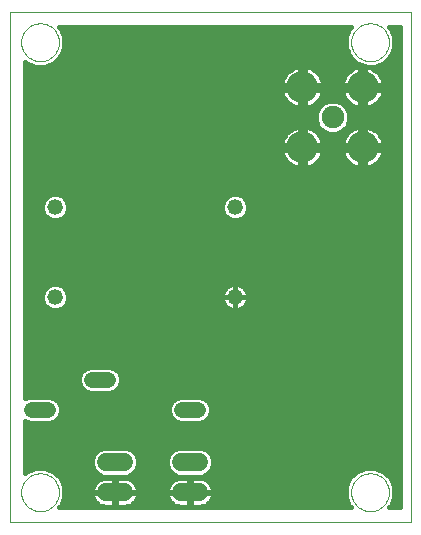
<source format=gbl>
G75*
G70*
%OFA0B0*%
%FSLAX24Y24*%
%IPPOS*%
%LPD*%
%AMOC8*
5,1,8,0,0,1.08239X$1,22.5*
%
%ADD10C,0.0000*%
%ADD11C,0.0520*%
%ADD12C,0.0520*%
%ADD13C,0.0750*%
%ADD14C,0.1050*%
%ADD15C,0.0600*%
%ADD16C,0.0160*%
%ADD17C,0.0356*%
%ADD18C,0.0200*%
D10*
X000600Y000100D02*
X000600Y017096D01*
X013970Y017096D01*
X013970Y000100D01*
X000600Y000100D01*
X000970Y001100D02*
X000972Y001150D01*
X000978Y001200D01*
X000988Y001249D01*
X001002Y001297D01*
X001019Y001344D01*
X001040Y001389D01*
X001065Y001433D01*
X001093Y001474D01*
X001125Y001513D01*
X001159Y001550D01*
X001196Y001584D01*
X001236Y001614D01*
X001278Y001641D01*
X001322Y001665D01*
X001368Y001686D01*
X001415Y001702D01*
X001463Y001715D01*
X001513Y001724D01*
X001562Y001729D01*
X001613Y001730D01*
X001663Y001727D01*
X001712Y001720D01*
X001761Y001709D01*
X001809Y001694D01*
X001855Y001676D01*
X001900Y001654D01*
X001943Y001628D01*
X001984Y001599D01*
X002023Y001567D01*
X002059Y001532D01*
X002091Y001494D01*
X002121Y001454D01*
X002148Y001411D01*
X002171Y001367D01*
X002190Y001321D01*
X002206Y001273D01*
X002218Y001224D01*
X002226Y001175D01*
X002230Y001125D01*
X002230Y001075D01*
X002226Y001025D01*
X002218Y000976D01*
X002206Y000927D01*
X002190Y000879D01*
X002171Y000833D01*
X002148Y000789D01*
X002121Y000746D01*
X002091Y000706D01*
X002059Y000668D01*
X002023Y000633D01*
X001984Y000601D01*
X001943Y000572D01*
X001900Y000546D01*
X001855Y000524D01*
X001809Y000506D01*
X001761Y000491D01*
X001712Y000480D01*
X001663Y000473D01*
X001613Y000470D01*
X001562Y000471D01*
X001513Y000476D01*
X001463Y000485D01*
X001415Y000498D01*
X001368Y000514D01*
X001322Y000535D01*
X001278Y000559D01*
X001236Y000586D01*
X001196Y000616D01*
X001159Y000650D01*
X001125Y000687D01*
X001093Y000726D01*
X001065Y000767D01*
X001040Y000811D01*
X001019Y000856D01*
X001002Y000903D01*
X000988Y000951D01*
X000978Y001000D01*
X000972Y001050D01*
X000970Y001100D01*
X011970Y001100D02*
X011972Y001150D01*
X011978Y001200D01*
X011988Y001249D01*
X012002Y001297D01*
X012019Y001344D01*
X012040Y001389D01*
X012065Y001433D01*
X012093Y001474D01*
X012125Y001513D01*
X012159Y001550D01*
X012196Y001584D01*
X012236Y001614D01*
X012278Y001641D01*
X012322Y001665D01*
X012368Y001686D01*
X012415Y001702D01*
X012463Y001715D01*
X012513Y001724D01*
X012562Y001729D01*
X012613Y001730D01*
X012663Y001727D01*
X012712Y001720D01*
X012761Y001709D01*
X012809Y001694D01*
X012855Y001676D01*
X012900Y001654D01*
X012943Y001628D01*
X012984Y001599D01*
X013023Y001567D01*
X013059Y001532D01*
X013091Y001494D01*
X013121Y001454D01*
X013148Y001411D01*
X013171Y001367D01*
X013190Y001321D01*
X013206Y001273D01*
X013218Y001224D01*
X013226Y001175D01*
X013230Y001125D01*
X013230Y001075D01*
X013226Y001025D01*
X013218Y000976D01*
X013206Y000927D01*
X013190Y000879D01*
X013171Y000833D01*
X013148Y000789D01*
X013121Y000746D01*
X013091Y000706D01*
X013059Y000668D01*
X013023Y000633D01*
X012984Y000601D01*
X012943Y000572D01*
X012900Y000546D01*
X012855Y000524D01*
X012809Y000506D01*
X012761Y000491D01*
X012712Y000480D01*
X012663Y000473D01*
X012613Y000470D01*
X012562Y000471D01*
X012513Y000476D01*
X012463Y000485D01*
X012415Y000498D01*
X012368Y000514D01*
X012322Y000535D01*
X012278Y000559D01*
X012236Y000586D01*
X012196Y000616D01*
X012159Y000650D01*
X012125Y000687D01*
X012093Y000726D01*
X012065Y000767D01*
X012040Y000811D01*
X012019Y000856D01*
X012002Y000903D01*
X011988Y000951D01*
X011978Y001000D01*
X011972Y001050D01*
X011970Y001100D01*
X011970Y016100D02*
X011972Y016150D01*
X011978Y016200D01*
X011988Y016249D01*
X012002Y016297D01*
X012019Y016344D01*
X012040Y016389D01*
X012065Y016433D01*
X012093Y016474D01*
X012125Y016513D01*
X012159Y016550D01*
X012196Y016584D01*
X012236Y016614D01*
X012278Y016641D01*
X012322Y016665D01*
X012368Y016686D01*
X012415Y016702D01*
X012463Y016715D01*
X012513Y016724D01*
X012562Y016729D01*
X012613Y016730D01*
X012663Y016727D01*
X012712Y016720D01*
X012761Y016709D01*
X012809Y016694D01*
X012855Y016676D01*
X012900Y016654D01*
X012943Y016628D01*
X012984Y016599D01*
X013023Y016567D01*
X013059Y016532D01*
X013091Y016494D01*
X013121Y016454D01*
X013148Y016411D01*
X013171Y016367D01*
X013190Y016321D01*
X013206Y016273D01*
X013218Y016224D01*
X013226Y016175D01*
X013230Y016125D01*
X013230Y016075D01*
X013226Y016025D01*
X013218Y015976D01*
X013206Y015927D01*
X013190Y015879D01*
X013171Y015833D01*
X013148Y015789D01*
X013121Y015746D01*
X013091Y015706D01*
X013059Y015668D01*
X013023Y015633D01*
X012984Y015601D01*
X012943Y015572D01*
X012900Y015546D01*
X012855Y015524D01*
X012809Y015506D01*
X012761Y015491D01*
X012712Y015480D01*
X012663Y015473D01*
X012613Y015470D01*
X012562Y015471D01*
X012513Y015476D01*
X012463Y015485D01*
X012415Y015498D01*
X012368Y015514D01*
X012322Y015535D01*
X012278Y015559D01*
X012236Y015586D01*
X012196Y015616D01*
X012159Y015650D01*
X012125Y015687D01*
X012093Y015726D01*
X012065Y015767D01*
X012040Y015811D01*
X012019Y015856D01*
X012002Y015903D01*
X011988Y015951D01*
X011978Y016000D01*
X011972Y016050D01*
X011970Y016100D01*
X000970Y016100D02*
X000972Y016150D01*
X000978Y016200D01*
X000988Y016249D01*
X001002Y016297D01*
X001019Y016344D01*
X001040Y016389D01*
X001065Y016433D01*
X001093Y016474D01*
X001125Y016513D01*
X001159Y016550D01*
X001196Y016584D01*
X001236Y016614D01*
X001278Y016641D01*
X001322Y016665D01*
X001368Y016686D01*
X001415Y016702D01*
X001463Y016715D01*
X001513Y016724D01*
X001562Y016729D01*
X001613Y016730D01*
X001663Y016727D01*
X001712Y016720D01*
X001761Y016709D01*
X001809Y016694D01*
X001855Y016676D01*
X001900Y016654D01*
X001943Y016628D01*
X001984Y016599D01*
X002023Y016567D01*
X002059Y016532D01*
X002091Y016494D01*
X002121Y016454D01*
X002148Y016411D01*
X002171Y016367D01*
X002190Y016321D01*
X002206Y016273D01*
X002218Y016224D01*
X002226Y016175D01*
X002230Y016125D01*
X002230Y016075D01*
X002226Y016025D01*
X002218Y015976D01*
X002206Y015927D01*
X002190Y015879D01*
X002171Y015833D01*
X002148Y015789D01*
X002121Y015746D01*
X002091Y015706D01*
X002059Y015668D01*
X002023Y015633D01*
X001984Y015601D01*
X001943Y015572D01*
X001900Y015546D01*
X001855Y015524D01*
X001809Y015506D01*
X001761Y015491D01*
X001712Y015480D01*
X001663Y015473D01*
X001613Y015470D01*
X001562Y015471D01*
X001513Y015476D01*
X001463Y015485D01*
X001415Y015498D01*
X001368Y015514D01*
X001322Y015535D01*
X001278Y015559D01*
X001236Y015586D01*
X001196Y015616D01*
X001159Y015650D01*
X001125Y015687D01*
X001093Y015726D01*
X001065Y015767D01*
X001040Y015811D01*
X001019Y015856D01*
X001002Y015903D01*
X000988Y015951D01*
X000978Y016000D01*
X000972Y016050D01*
X000970Y016100D01*
D11*
X002100Y010600D03*
X002100Y007600D03*
X008100Y007600D03*
X008100Y010600D03*
D12*
X003860Y004850D02*
X003340Y004850D01*
X001860Y003850D02*
X001340Y003850D01*
X006340Y003850D02*
X006860Y003850D01*
D13*
X011350Y013600D03*
D14*
X010346Y012596D03*
X010346Y014604D03*
X012354Y014604D03*
X012354Y012596D03*
D15*
X006900Y002100D02*
X006300Y002100D01*
X006300Y001100D02*
X006900Y001100D01*
X004400Y001100D02*
X003800Y001100D01*
X003800Y002100D02*
X004400Y002100D01*
D16*
X004701Y002478D02*
X005999Y002478D01*
X006028Y002507D02*
X005893Y002372D01*
X005820Y002195D01*
X005820Y002005D01*
X005893Y001828D01*
X006028Y001693D01*
X006205Y001620D01*
X006995Y001620D01*
X007172Y001693D01*
X007307Y001828D01*
X007380Y002005D01*
X007380Y002195D01*
X007307Y002372D01*
X007172Y002507D01*
X006995Y002580D01*
X006205Y002580D01*
X006028Y002507D01*
X005871Y002319D02*
X004829Y002319D01*
X004807Y002372D02*
X004672Y002507D01*
X004495Y002580D01*
X003705Y002580D01*
X003528Y002507D01*
X003393Y002372D01*
X003320Y002195D01*
X003320Y002005D01*
X003393Y001828D01*
X003528Y001693D01*
X003705Y001620D01*
X004495Y001620D01*
X004672Y001693D01*
X004807Y001828D01*
X004880Y002005D01*
X004880Y002195D01*
X004807Y002372D01*
X004880Y002161D02*
X005820Y002161D01*
X005821Y002002D02*
X004879Y002002D01*
X004813Y001844D02*
X005887Y001844D01*
X006048Y001685D02*
X004652Y001685D01*
X004584Y001545D02*
X004512Y001568D01*
X004438Y001580D01*
X004120Y001580D01*
X004120Y001120D01*
X004080Y001120D01*
X004080Y001580D01*
X003762Y001580D01*
X003688Y001568D01*
X003616Y001545D01*
X003548Y001511D01*
X003487Y001466D01*
X003434Y001413D01*
X003389Y001352D01*
X003355Y001284D01*
X003332Y001212D01*
X003320Y001138D01*
X003320Y001120D01*
X004080Y001120D01*
X004080Y001080D01*
X004120Y001080D01*
X004120Y001120D01*
X004880Y001120D01*
X004880Y001138D01*
X004868Y001212D01*
X004845Y001284D01*
X004811Y001352D01*
X004766Y001413D01*
X004713Y001466D01*
X004652Y001511D01*
X004584Y001545D01*
X004620Y001527D02*
X006080Y001527D01*
X006048Y001511D02*
X006116Y001545D01*
X006188Y001568D01*
X006262Y001580D01*
X006580Y001580D01*
X006580Y001120D01*
X006620Y001120D01*
X006620Y001580D01*
X006938Y001580D01*
X007012Y001568D01*
X007084Y001545D01*
X007152Y001511D01*
X007213Y001466D01*
X007266Y001413D01*
X007311Y001352D01*
X007345Y001284D01*
X007368Y001212D01*
X007380Y001138D01*
X007380Y001120D01*
X006620Y001120D01*
X006620Y001080D01*
X007380Y001080D01*
X007380Y001062D01*
X007368Y000988D01*
X007345Y000916D01*
X007311Y000848D01*
X007266Y000787D01*
X007213Y000734D01*
X011875Y000734D01*
X011913Y000641D02*
X011790Y000939D01*
X011790Y001261D01*
X011913Y001559D01*
X012141Y001787D01*
X012439Y001910D01*
X012761Y001910D01*
X013059Y001787D01*
X013287Y001559D01*
X013410Y001261D01*
X013410Y000939D01*
X013287Y000641D01*
X013245Y000600D01*
X013600Y000600D01*
X013600Y016600D01*
X013245Y016600D01*
X013287Y016559D01*
X013410Y016261D01*
X013410Y015939D01*
X013287Y015641D01*
X013059Y015413D01*
X012761Y015290D01*
X012517Y015290D01*
X012581Y015273D01*
X012666Y015238D01*
X012746Y015191D01*
X012820Y015135D01*
X012885Y015070D01*
X012941Y014996D01*
X012988Y014916D01*
X013023Y014831D01*
X013047Y014742D01*
X013054Y014684D01*
X012434Y014684D01*
X012274Y014684D01*
X012274Y015304D01*
X012216Y015297D01*
X012127Y015273D01*
X012041Y015238D01*
X011961Y015191D01*
X011888Y015135D01*
X011823Y015070D01*
X011766Y014996D01*
X011720Y014916D01*
X011685Y014831D01*
X011661Y014742D01*
X011653Y014684D01*
X012274Y014684D01*
X012274Y014524D01*
X011653Y014524D01*
X011661Y014466D01*
X011685Y014377D01*
X011720Y014291D01*
X011766Y014211D01*
X011823Y014138D01*
X011888Y014073D01*
X011961Y014016D01*
X012041Y013970D01*
X012127Y013935D01*
X012216Y013911D01*
X012274Y013903D01*
X012274Y014524D01*
X012434Y014524D01*
X012434Y014684D01*
X012434Y015292D01*
X012141Y015413D01*
X011913Y015641D01*
X011790Y015939D01*
X011790Y016261D01*
X011913Y016559D01*
X011955Y016600D01*
X002245Y016600D01*
X002287Y016559D01*
X002410Y016261D01*
X002410Y015939D01*
X002287Y015641D01*
X002059Y015413D01*
X001761Y015290D01*
X001439Y015290D01*
X001141Y015413D01*
X001100Y015455D01*
X001100Y004227D01*
X001252Y004290D01*
X001948Y004290D01*
X002109Y004223D01*
X002233Y004099D01*
X002300Y003938D01*
X002300Y003762D01*
X002233Y003601D01*
X002109Y003477D01*
X001948Y003410D01*
X001252Y003410D01*
X001100Y003473D01*
X001100Y001745D01*
X001141Y001787D01*
X001439Y001910D01*
X001761Y001910D01*
X002059Y001787D01*
X002287Y001559D01*
X002410Y001261D01*
X002410Y000939D01*
X002287Y000641D01*
X002245Y000600D01*
X011955Y000600D01*
X011913Y000641D01*
X011809Y000893D02*
X007333Y000893D01*
X007378Y001051D02*
X011790Y001051D01*
X011790Y001210D02*
X007369Y001210D01*
X007299Y001368D02*
X011834Y001368D01*
X011900Y001527D02*
X007120Y001527D01*
X007152Y001685D02*
X012040Y001685D01*
X012279Y001844D02*
X007313Y001844D01*
X007379Y002002D02*
X013600Y002002D01*
X013600Y001844D02*
X012921Y001844D01*
X013160Y001685D02*
X013600Y001685D01*
X013600Y001527D02*
X013300Y001527D01*
X013366Y001368D02*
X013600Y001368D01*
X013600Y001210D02*
X013410Y001210D01*
X013410Y001051D02*
X013600Y001051D01*
X013600Y000893D02*
X013391Y000893D01*
X013325Y000734D02*
X013600Y000734D01*
X013600Y002161D02*
X007380Y002161D01*
X007329Y002319D02*
X013600Y002319D01*
X013600Y002478D02*
X007201Y002478D01*
X006948Y003410D02*
X007109Y003477D01*
X007233Y003601D01*
X007300Y003762D01*
X007300Y003938D01*
X007233Y004099D01*
X007109Y004223D01*
X006948Y004290D01*
X006252Y004290D01*
X006091Y004223D01*
X005967Y004099D01*
X005900Y003938D01*
X005900Y003762D01*
X005967Y003601D01*
X006091Y003477D01*
X006252Y003410D01*
X006948Y003410D01*
X006992Y003429D02*
X013600Y003429D01*
X013600Y003587D02*
X007219Y003587D01*
X007293Y003746D02*
X013600Y003746D01*
X013600Y003904D02*
X007300Y003904D01*
X007248Y004063D02*
X013600Y004063D01*
X013600Y004221D02*
X007111Y004221D01*
X006089Y004221D02*
X002111Y004221D01*
X002248Y004063D02*
X005952Y004063D01*
X005900Y003904D02*
X002300Y003904D01*
X002293Y003746D02*
X005907Y003746D01*
X005981Y003587D02*
X002219Y003587D01*
X001992Y003429D02*
X006208Y003429D01*
X006048Y001511D02*
X005987Y001466D01*
X005934Y001413D01*
X005889Y001352D01*
X005855Y001284D01*
X005832Y001212D01*
X005820Y001138D01*
X005820Y001120D01*
X006580Y001120D01*
X006580Y001080D01*
X006620Y001080D01*
X006620Y000620D01*
X006938Y000620D01*
X007012Y000632D01*
X007084Y000655D01*
X007152Y000689D01*
X007213Y000734D01*
X006620Y000734D02*
X006580Y000734D01*
X006580Y000620D02*
X006580Y001080D01*
X005820Y001080D01*
X005820Y001062D01*
X005832Y000988D01*
X005855Y000916D01*
X005889Y000848D01*
X005934Y000787D01*
X005987Y000734D01*
X004713Y000734D01*
X004766Y000787D01*
X004811Y000848D01*
X004845Y000916D01*
X004868Y000988D01*
X004880Y001062D01*
X004880Y001080D01*
X004120Y001080D01*
X004120Y000620D01*
X004438Y000620D01*
X004512Y000632D01*
X004584Y000655D01*
X004652Y000689D01*
X004713Y000734D01*
X004833Y000893D02*
X005867Y000893D01*
X005822Y001051D02*
X004878Y001051D01*
X004869Y001210D02*
X005831Y001210D01*
X005901Y001368D02*
X004799Y001368D01*
X004120Y001368D02*
X004080Y001368D01*
X004080Y001210D02*
X004120Y001210D01*
X004080Y001080D02*
X003320Y001080D01*
X003320Y001062D01*
X003332Y000988D01*
X003355Y000916D01*
X003389Y000848D01*
X003434Y000787D01*
X003487Y000734D01*
X002325Y000734D01*
X002391Y000893D02*
X003367Y000893D01*
X003322Y001051D02*
X002410Y001051D01*
X002410Y001210D02*
X003331Y001210D01*
X003401Y001368D02*
X002366Y001368D01*
X002300Y001527D02*
X003580Y001527D01*
X003548Y001685D02*
X002160Y001685D01*
X001921Y001844D02*
X003387Y001844D01*
X003321Y002002D02*
X001100Y002002D01*
X001100Y001844D02*
X001279Y001844D01*
X001100Y002161D02*
X003320Y002161D01*
X003371Y002319D02*
X001100Y002319D01*
X001100Y002478D02*
X003499Y002478D01*
X004080Y001527D02*
X004120Y001527D01*
X004080Y001080D02*
X004080Y000620D01*
X003762Y000620D01*
X003688Y000632D01*
X003616Y000655D01*
X003548Y000689D01*
X003487Y000734D01*
X004080Y000734D02*
X004120Y000734D01*
X004120Y000893D02*
X004080Y000893D01*
X004080Y001051D02*
X004120Y001051D01*
X005987Y000734D02*
X006048Y000689D01*
X006116Y000655D01*
X006188Y000632D01*
X006262Y000620D01*
X006580Y000620D01*
X006580Y000893D02*
X006620Y000893D01*
X006620Y001051D02*
X006580Y001051D01*
X006580Y001210D02*
X006620Y001210D01*
X006620Y001368D02*
X006580Y001368D01*
X006580Y001527D02*
X006620Y001527D01*
X004109Y004477D02*
X004233Y004601D01*
X004300Y004762D01*
X004300Y004938D01*
X004233Y005099D01*
X004109Y005223D01*
X003948Y005290D01*
X003252Y005290D01*
X003091Y005223D01*
X002967Y005099D01*
X002900Y004938D01*
X002900Y004762D01*
X002967Y004601D01*
X003091Y004477D01*
X003252Y004410D01*
X003948Y004410D01*
X004109Y004477D01*
X004170Y004538D02*
X013600Y004538D01*
X013600Y004380D02*
X001100Y004380D01*
X001100Y004538D02*
X003030Y004538D01*
X002927Y004697D02*
X001100Y004697D01*
X001100Y004855D02*
X002900Y004855D01*
X002931Y005014D02*
X001100Y005014D01*
X001100Y005172D02*
X003040Y005172D01*
X004160Y005172D02*
X013600Y005172D01*
X013600Y005014D02*
X004269Y005014D01*
X004300Y004855D02*
X013600Y004855D01*
X013600Y004697D02*
X004273Y004697D01*
X002349Y007227D02*
X002188Y007160D01*
X002012Y007160D01*
X001851Y007227D01*
X001727Y007351D01*
X001660Y007512D01*
X001660Y007688D01*
X001727Y007849D01*
X001851Y007973D01*
X002012Y008040D01*
X002188Y008040D01*
X002349Y007973D01*
X002473Y007849D01*
X002540Y007688D01*
X002540Y007512D01*
X002473Y007351D01*
X002349Y007227D01*
X002355Y007233D02*
X007857Y007233D01*
X007869Y007224D02*
X007931Y007192D01*
X007997Y007171D01*
X008065Y007160D01*
X008100Y007160D01*
X008135Y007160D01*
X008203Y007171D01*
X008269Y007192D01*
X008331Y007224D01*
X008387Y007264D01*
X008436Y007313D01*
X008476Y007369D01*
X008508Y007431D01*
X008529Y007497D01*
X008540Y007565D01*
X008540Y007600D01*
X008540Y007635D01*
X008529Y007703D01*
X008508Y007769D01*
X008476Y007831D01*
X008436Y007887D01*
X008387Y007936D01*
X008331Y007976D01*
X008269Y008008D01*
X008203Y008029D01*
X008135Y008040D01*
X008100Y008040D01*
X008100Y007600D01*
X008540Y007600D01*
X008100Y007600D01*
X008100Y007600D01*
X008100Y007600D01*
X008100Y007160D01*
X008100Y007600D01*
X008100Y007600D01*
X008100Y007600D01*
X007660Y007600D01*
X007660Y007635D01*
X007671Y007703D01*
X007692Y007769D01*
X007724Y007831D01*
X007764Y007887D01*
X007813Y007936D01*
X007869Y007976D01*
X007931Y008008D01*
X007997Y008029D01*
X008065Y008040D01*
X008100Y008040D01*
X008100Y007600D01*
X007660Y007600D01*
X007660Y007565D01*
X007671Y007497D01*
X007692Y007431D01*
X007724Y007369D01*
X007764Y007313D01*
X007813Y007264D01*
X007869Y007224D01*
X007713Y007391D02*
X002490Y007391D01*
X002540Y007550D02*
X007663Y007550D01*
X007672Y007708D02*
X002532Y007708D01*
X002456Y007867D02*
X007750Y007867D01*
X007984Y008025D02*
X002224Y008025D01*
X001976Y008025D02*
X001100Y008025D01*
X001100Y007867D02*
X001744Y007867D01*
X001668Y007708D02*
X001100Y007708D01*
X001100Y007550D02*
X001660Y007550D01*
X001710Y007391D02*
X001100Y007391D01*
X001100Y007233D02*
X001845Y007233D01*
X001100Y007074D02*
X013600Y007074D01*
X013600Y006916D02*
X001100Y006916D01*
X001100Y006757D02*
X013600Y006757D01*
X013600Y006599D02*
X001100Y006599D01*
X001100Y006440D02*
X013600Y006440D01*
X013600Y006282D02*
X001100Y006282D01*
X001100Y006123D02*
X013600Y006123D01*
X013600Y005965D02*
X001100Y005965D01*
X001100Y005806D02*
X013600Y005806D01*
X013600Y005648D02*
X001100Y005648D01*
X001100Y005489D02*
X013600Y005489D01*
X013600Y005331D02*
X001100Y005331D01*
X001100Y003429D02*
X001208Y003429D01*
X001100Y003270D02*
X013600Y003270D01*
X013600Y003112D02*
X001100Y003112D01*
X001100Y002953D02*
X013600Y002953D01*
X013600Y002795D02*
X001100Y002795D01*
X001100Y002636D02*
X013600Y002636D01*
X013600Y007233D02*
X008343Y007233D01*
X008487Y007391D02*
X013600Y007391D01*
X013600Y007550D02*
X008537Y007550D01*
X008528Y007708D02*
X013600Y007708D01*
X013600Y007867D02*
X008450Y007867D01*
X008216Y008025D02*
X013600Y008025D01*
X013600Y008184D02*
X001100Y008184D01*
X001100Y008342D02*
X013600Y008342D01*
X013600Y008501D02*
X001100Y008501D01*
X001100Y008659D02*
X013600Y008659D01*
X013600Y008818D02*
X001100Y008818D01*
X001100Y008976D02*
X013600Y008976D01*
X013600Y009135D02*
X001100Y009135D01*
X001100Y009293D02*
X013600Y009293D01*
X013600Y009452D02*
X001100Y009452D01*
X001100Y009610D02*
X013600Y009610D01*
X013600Y009769D02*
X001100Y009769D01*
X001100Y009927D02*
X013600Y009927D01*
X013600Y010086D02*
X001100Y010086D01*
X001100Y010244D02*
X001834Y010244D01*
X001851Y010227D02*
X002012Y010160D01*
X002188Y010160D01*
X002349Y010227D01*
X002473Y010351D01*
X002540Y010512D01*
X002540Y010688D01*
X002473Y010849D01*
X002349Y010973D01*
X002188Y011040D01*
X002012Y011040D01*
X001851Y010973D01*
X001727Y010849D01*
X001660Y010688D01*
X001660Y010512D01*
X001727Y010351D01*
X001851Y010227D01*
X001706Y010403D02*
X001100Y010403D01*
X001100Y010561D02*
X001660Y010561D01*
X001673Y010720D02*
X001100Y010720D01*
X001100Y010878D02*
X001756Y010878D01*
X002004Y011037D02*
X001100Y011037D01*
X001100Y011195D02*
X013600Y011195D01*
X013600Y011037D02*
X008196Y011037D01*
X008188Y011040D02*
X008012Y011040D01*
X007851Y010973D01*
X007727Y010849D01*
X007660Y010688D01*
X007660Y010512D01*
X007727Y010351D01*
X007851Y010227D01*
X008012Y010160D01*
X008188Y010160D01*
X008349Y010227D01*
X008473Y010351D01*
X008540Y010512D01*
X008540Y010688D01*
X008473Y010849D01*
X008349Y010973D01*
X008188Y011040D01*
X008004Y011037D02*
X002196Y011037D01*
X002444Y010878D02*
X007756Y010878D01*
X007673Y010720D02*
X002527Y010720D01*
X002540Y010561D02*
X007660Y010561D01*
X007706Y010403D02*
X002494Y010403D01*
X002366Y010244D02*
X007834Y010244D01*
X008366Y010244D02*
X013600Y010244D01*
X013600Y010403D02*
X008494Y010403D01*
X008540Y010561D02*
X013600Y010561D01*
X013600Y010720D02*
X008527Y010720D01*
X008444Y010878D02*
X013600Y010878D01*
X013600Y011354D02*
X001100Y011354D01*
X001100Y011512D02*
X013600Y011512D01*
X013600Y011671D02*
X001100Y011671D01*
X001100Y011829D02*
X013600Y011829D01*
X013600Y011988D02*
X012710Y011988D01*
X012746Y012009D02*
X012666Y011962D01*
X012581Y011927D01*
X012492Y011903D01*
X012434Y011896D01*
X012434Y012516D01*
X012434Y012676D01*
X013054Y012676D01*
X013047Y012734D01*
X013023Y012823D01*
X012988Y012909D01*
X012941Y012989D01*
X012885Y013062D01*
X012820Y013127D01*
X012746Y013184D01*
X012666Y013230D01*
X012581Y013265D01*
X012492Y013289D01*
X012434Y013297D01*
X012434Y012676D01*
X012274Y012676D01*
X012274Y012516D01*
X012434Y012516D01*
X013054Y012516D01*
X013047Y012458D01*
X013023Y012369D01*
X012988Y012284D01*
X012941Y012204D01*
X012885Y012130D01*
X012820Y012065D01*
X012746Y012009D01*
X012897Y012146D02*
X013600Y012146D01*
X013600Y012305D02*
X012996Y012305D01*
X013047Y012463D02*
X013600Y012463D01*
X013600Y012622D02*
X012434Y012622D01*
X012434Y012780D02*
X012274Y012780D01*
X012274Y012676D02*
X012274Y013297D01*
X012216Y013289D01*
X012127Y013265D01*
X012041Y013230D01*
X011961Y013184D01*
X011888Y013127D01*
X011823Y013062D01*
X011766Y012989D01*
X011720Y012909D01*
X011685Y012823D01*
X011661Y012734D01*
X011653Y012676D01*
X012274Y012676D01*
X012274Y012622D02*
X010426Y012622D01*
X010426Y012676D02*
X011047Y012676D01*
X011039Y012734D01*
X011015Y012823D01*
X010980Y012909D01*
X010934Y012989D01*
X010877Y013062D01*
X010812Y013127D01*
X010739Y013184D01*
X010659Y013230D01*
X010573Y013265D01*
X010484Y013289D01*
X010426Y013297D01*
X010426Y012676D01*
X010266Y012676D01*
X010266Y012516D01*
X009646Y012516D01*
X009653Y012458D01*
X009677Y012369D01*
X009712Y012284D01*
X009759Y012204D01*
X009815Y012130D01*
X009880Y012065D01*
X009954Y012009D01*
X010034Y011962D01*
X010119Y011927D01*
X010208Y011903D01*
X010266Y011896D01*
X010266Y012516D01*
X010426Y012516D01*
X010426Y011896D01*
X010484Y011903D01*
X010573Y011927D01*
X010659Y011962D01*
X010739Y012009D01*
X010812Y012065D01*
X010877Y012130D01*
X010934Y012204D01*
X010980Y012284D01*
X011015Y012369D01*
X011039Y012458D01*
X011047Y012516D01*
X010426Y012516D01*
X010426Y012676D01*
X010426Y012780D02*
X010266Y012780D01*
X010266Y012676D02*
X010266Y013297D01*
X010208Y013289D01*
X010119Y013265D01*
X010034Y013230D01*
X009954Y013184D01*
X009880Y013127D01*
X009815Y013062D01*
X009759Y012989D01*
X009712Y012909D01*
X009677Y012823D01*
X009653Y012734D01*
X009646Y012676D01*
X010266Y012676D01*
X010266Y012622D02*
X001100Y012622D01*
X001100Y012780D02*
X009666Y012780D01*
X009730Y012939D02*
X001100Y012939D01*
X001100Y013097D02*
X009850Y013097D01*
X010096Y013256D02*
X001100Y013256D01*
X001100Y013414D02*
X010826Y013414D01*
X010795Y013490D02*
X010879Y013286D01*
X011036Y013129D01*
X011240Y013045D01*
X011460Y013045D01*
X011664Y013129D01*
X011821Y013286D01*
X011905Y013490D01*
X011905Y013710D01*
X011821Y013914D01*
X011664Y014071D01*
X011460Y014155D01*
X011240Y014155D01*
X011036Y014071D01*
X010879Y013914D01*
X010795Y013710D01*
X010795Y013490D01*
X010795Y013573D02*
X001100Y013573D01*
X001100Y013731D02*
X010804Y013731D01*
X010869Y013890D02*
X001100Y013890D01*
X001100Y014048D02*
X009912Y014048D01*
X009880Y014073D02*
X009954Y014016D01*
X010034Y013970D01*
X010119Y013935D01*
X010208Y013911D01*
X010266Y013903D01*
X010266Y014524D01*
X009646Y014524D01*
X009653Y014466D01*
X009677Y014377D01*
X009712Y014291D01*
X009759Y014211D01*
X009815Y014138D01*
X009880Y014073D01*
X009762Y014207D02*
X001100Y014207D01*
X001100Y014365D02*
X009682Y014365D01*
X009646Y014524D02*
X001100Y014524D01*
X001100Y014682D02*
X010266Y014682D01*
X010266Y014684D02*
X010266Y014524D01*
X010426Y014524D01*
X010426Y013903D01*
X010484Y013911D01*
X010573Y013935D01*
X010659Y013970D01*
X010739Y014016D01*
X010812Y014073D01*
X010877Y014138D01*
X010934Y014211D01*
X010980Y014291D01*
X011015Y014377D01*
X011039Y014466D01*
X011047Y014524D01*
X010426Y014524D01*
X010426Y014684D01*
X010266Y014684D01*
X010266Y015304D01*
X010208Y015297D01*
X010119Y015273D01*
X010034Y015238D01*
X009954Y015191D01*
X009880Y015135D01*
X009815Y015070D01*
X009759Y014996D01*
X009712Y014916D01*
X009677Y014831D01*
X009653Y014742D01*
X009646Y014684D01*
X010266Y014684D01*
X010266Y014841D02*
X010426Y014841D01*
X010426Y014684D02*
X010426Y015304D01*
X010484Y015297D01*
X010573Y015273D01*
X010659Y015238D01*
X010739Y015191D01*
X010812Y015135D01*
X010877Y015070D01*
X010934Y014996D01*
X010980Y014916D01*
X011015Y014831D01*
X011039Y014742D01*
X011047Y014684D01*
X010426Y014684D01*
X010426Y014682D02*
X012274Y014682D01*
X012274Y014524D02*
X012434Y014524D01*
X013054Y014524D01*
X013047Y014466D01*
X013023Y014377D01*
X012988Y014291D01*
X012941Y014211D01*
X012885Y014138D01*
X012820Y014073D01*
X012746Y014016D01*
X012666Y013970D01*
X012581Y013935D01*
X012492Y013911D01*
X012434Y013903D01*
X012434Y014524D01*
X012434Y014682D02*
X013600Y014682D01*
X013600Y014524D02*
X013054Y014524D01*
X013018Y014365D02*
X013600Y014365D01*
X013600Y014207D02*
X012938Y014207D01*
X012788Y014048D02*
X013600Y014048D01*
X013600Y013890D02*
X011831Y013890D01*
X011896Y013731D02*
X013600Y013731D01*
X013600Y013573D02*
X011905Y013573D01*
X011874Y013414D02*
X013600Y013414D01*
X013600Y013256D02*
X012604Y013256D01*
X012850Y013097D02*
X013600Y013097D01*
X013600Y012939D02*
X012970Y012939D01*
X013034Y012780D02*
X013600Y012780D01*
X012434Y012939D02*
X012274Y012939D01*
X012274Y013097D02*
X012434Y013097D01*
X012434Y013256D02*
X012274Y013256D01*
X012104Y013256D02*
X011790Y013256D01*
X011858Y013097D02*
X011586Y013097D01*
X011738Y012939D02*
X010962Y012939D01*
X011027Y012780D02*
X011673Y012780D01*
X011653Y012516D02*
X011661Y012458D01*
X011685Y012369D01*
X011720Y012284D01*
X011766Y012204D01*
X011823Y012130D01*
X011888Y012065D01*
X011961Y012009D01*
X012041Y011962D01*
X012127Y011927D01*
X012216Y011903D01*
X012274Y011896D01*
X012274Y012516D01*
X011653Y012516D01*
X011660Y012463D02*
X011040Y012463D01*
X010988Y012305D02*
X011712Y012305D01*
X011811Y012146D02*
X010889Y012146D01*
X010702Y011988D02*
X011998Y011988D01*
X012274Y011988D02*
X012434Y011988D01*
X012434Y012146D02*
X012274Y012146D01*
X012274Y012305D02*
X012434Y012305D01*
X012434Y012463D02*
X012274Y012463D01*
X011114Y013097D02*
X010842Y013097D01*
X010910Y013256D02*
X010596Y013256D01*
X010426Y013256D02*
X010266Y013256D01*
X010266Y013097D02*
X010426Y013097D01*
X010426Y012939D02*
X010266Y012939D01*
X010266Y012463D02*
X010426Y012463D01*
X010426Y012305D02*
X010266Y012305D01*
X010266Y012146D02*
X010426Y012146D01*
X010426Y011988D02*
X010266Y011988D01*
X009990Y011988D02*
X001100Y011988D01*
X001100Y012146D02*
X009803Y012146D01*
X009704Y012305D02*
X001100Y012305D01*
X001100Y012463D02*
X009653Y012463D01*
X010266Y014048D02*
X010426Y014048D01*
X010426Y014207D02*
X010266Y014207D01*
X010266Y014365D02*
X010426Y014365D01*
X010426Y014524D02*
X010266Y014524D01*
X010266Y014999D02*
X010426Y014999D01*
X010426Y015158D02*
X010266Y015158D01*
X009910Y015158D02*
X001100Y015158D01*
X001100Y015316D02*
X001376Y015316D01*
X001100Y014999D02*
X009761Y014999D01*
X009681Y014841D02*
X001100Y014841D01*
X001824Y015316D02*
X012376Y015316D01*
X012434Y015158D02*
X012274Y015158D01*
X012274Y014999D02*
X012434Y014999D01*
X012434Y014841D02*
X012274Y014841D01*
X011917Y015158D02*
X010783Y015158D01*
X010932Y014999D02*
X011768Y014999D01*
X011689Y014841D02*
X011011Y014841D01*
X011047Y014524D02*
X011653Y014524D01*
X011690Y014365D02*
X011010Y014365D01*
X010930Y014207D02*
X011770Y014207D01*
X011687Y014048D02*
X011920Y014048D01*
X012274Y014048D02*
X012434Y014048D01*
X012434Y014207D02*
X012274Y014207D01*
X012274Y014365D02*
X012434Y014365D01*
X012939Y014999D02*
X013600Y014999D01*
X013600Y014841D02*
X013019Y014841D01*
X012790Y015158D02*
X013600Y015158D01*
X013600Y015316D02*
X012824Y015316D01*
X013120Y015475D02*
X013600Y015475D01*
X013600Y015633D02*
X013278Y015633D01*
X013349Y015792D02*
X013600Y015792D01*
X013600Y015950D02*
X013410Y015950D01*
X013410Y016109D02*
X013600Y016109D01*
X013600Y016267D02*
X013407Y016267D01*
X013342Y016426D02*
X013600Y016426D01*
X013600Y016584D02*
X013261Y016584D01*
X012080Y015475D02*
X002120Y015475D01*
X002278Y015633D02*
X011922Y015633D01*
X011851Y015792D02*
X002349Y015792D01*
X002410Y015950D02*
X011790Y015950D01*
X011790Y016109D02*
X002410Y016109D01*
X002407Y016267D02*
X011793Y016267D01*
X011858Y016426D02*
X002342Y016426D01*
X002261Y016584D02*
X011939Y016584D01*
X011013Y014048D02*
X010780Y014048D01*
X008100Y008025D02*
X008100Y008025D01*
X008100Y007867D02*
X008100Y007867D01*
X008100Y007708D02*
X008100Y007708D01*
X008100Y007550D02*
X008100Y007550D01*
X008100Y007391D02*
X008100Y007391D01*
X008100Y007233D02*
X008100Y007233D01*
D17*
X010350Y008600D03*
X011350Y008600D03*
X013350Y008600D03*
X010600Y005850D03*
X011850Y004850D03*
X010350Y001350D03*
X008600Y011850D03*
X008600Y012850D03*
X008600Y014600D03*
X005750Y013100D03*
D18*
X008600Y012850D02*
X008600Y011850D01*
X010350Y008600D02*
X011350Y008600D01*
X013350Y008600D01*
M02*

</source>
